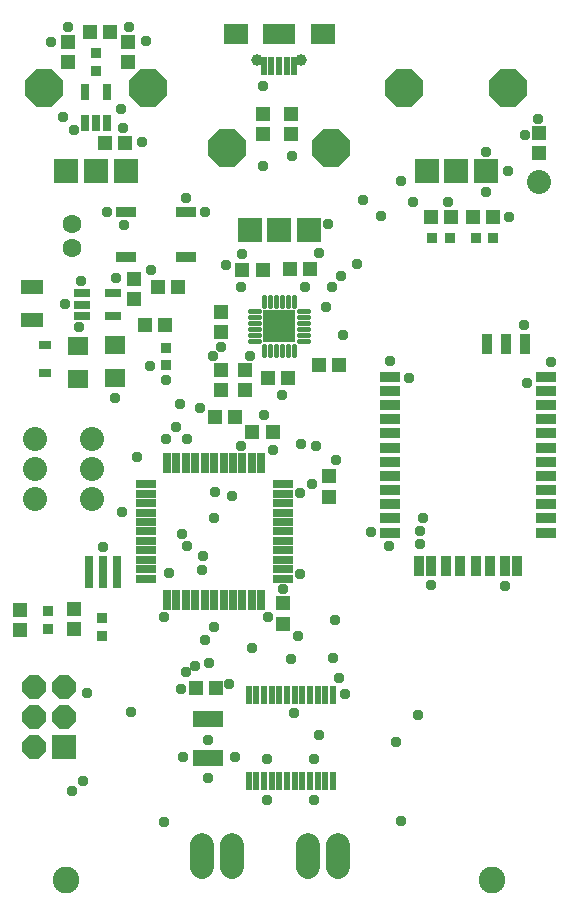
<source format=gts>
G75*
%MOIN*%
%OFA0B0*%
%FSLAX24Y24*%
%IPPOS*%
%LPD*%
%AMOC8*
5,1,8,0,0,1.08239X$1,22.5*
%
%ADD10C,0.0891*%
%ADD11R,0.0493X0.0454*%
%ADD12R,0.0454X0.0493*%
%ADD13C,0.0160*%
%ADD14R,0.1090X0.1090*%
%ADD15R,0.0197X0.0610*%
%ADD16R,0.1044X0.0532*%
%ADD17R,0.0375X0.0375*%
%ADD18R,0.0690X0.0375*%
%ADD19R,0.0375X0.0690*%
%ADD20C,0.0800*%
%ADD21C,0.0630*%
%ADD22R,0.0800X0.0800*%
%ADD23OC8,0.1241*%
%ADD24C,0.0800*%
%ADD25R,0.0277X0.0532*%
%ADD26R,0.0690X0.0611*%
%ADD27R,0.0532X0.0277*%
%ADD28R,0.0217X0.0611*%
%ADD29C,0.0395*%
%ADD30R,0.0787X0.0669*%
%ADD31R,0.1063X0.0669*%
%ADD32R,0.0769X0.0454*%
%ADD33R,0.0387X0.0308*%
%ADD34R,0.0307X0.1071*%
%ADD35R,0.0660X0.0360*%
%ADD36R,0.0257X0.0651*%
%ADD37R,0.0651X0.0257*%
%ADD38OC8,0.0800*%
%ADD39C,0.0370*%
D10*
X002521Y001340D03*
X016694Y001340D03*
D11*
X007502Y007738D03*
X006832Y007738D03*
X008722Y016261D03*
X009391Y016261D03*
X008131Y016773D03*
X007462Y016773D03*
X009224Y018072D03*
X009893Y018072D03*
X010946Y018515D03*
X011616Y018515D03*
X010631Y021714D03*
X009962Y021714D03*
X009057Y021665D03*
X008387Y021665D03*
X006242Y021104D03*
X005572Y021104D03*
X005809Y019844D03*
X005139Y019844D03*
X004480Y025897D03*
X003811Y025897D03*
X003988Y029588D03*
X003319Y029588D03*
X014671Y023437D03*
X015340Y023437D03*
X016065Y023441D03*
X016734Y023441D03*
D12*
X018269Y025563D03*
X018269Y026232D03*
X011261Y014785D03*
X011261Y014116D03*
X009726Y010553D03*
X009726Y009883D03*
X008476Y017679D03*
X008476Y018348D03*
X007689Y019608D03*
X007689Y020277D03*
X007679Y018328D03*
X007679Y017659D03*
X004765Y020691D03*
X004765Y021360D03*
X009057Y026202D03*
X009057Y026872D03*
X010002Y026872D03*
X010002Y026202D03*
X004588Y028614D03*
X004588Y029283D03*
X002570Y029283D03*
X002570Y028614D03*
X002757Y010376D03*
X002757Y009706D03*
X000986Y009667D03*
X000986Y010336D03*
D13*
X008637Y019300D02*
X008937Y019300D01*
X008937Y019500D02*
X008637Y019500D01*
X008637Y019697D02*
X008937Y019697D01*
X008937Y019908D02*
X008637Y019908D01*
X008637Y020107D02*
X008937Y020107D01*
X008937Y020305D02*
X008637Y020305D01*
X009101Y020480D02*
X009101Y020780D01*
X009301Y020780D02*
X009301Y020480D01*
X009499Y020480D02*
X009499Y020780D01*
X009709Y020780D02*
X009709Y020480D01*
X009908Y020480D02*
X009908Y020780D01*
X010107Y020780D02*
X010107Y020480D01*
X010271Y020305D02*
X010571Y020305D01*
X010571Y020107D02*
X010271Y020107D01*
X010271Y019908D02*
X010571Y019908D01*
X010571Y019697D02*
X010271Y019697D01*
X010271Y019500D02*
X010571Y019500D01*
X010571Y019300D02*
X010271Y019300D01*
X010107Y019125D02*
X010107Y018825D01*
X009908Y018825D02*
X009908Y019125D01*
X009709Y019125D02*
X009709Y018825D01*
X009499Y018825D02*
X009499Y019125D01*
X009301Y019125D02*
X009301Y018825D01*
X009101Y018825D02*
X009101Y019125D01*
D14*
X009600Y019799D03*
D15*
X009618Y007504D03*
X009874Y007504D03*
X010130Y007504D03*
X010385Y007504D03*
X010641Y007504D03*
X010897Y007504D03*
X011153Y007504D03*
X011409Y007504D03*
X011409Y004625D03*
X011153Y004625D03*
X010897Y004625D03*
X010641Y004625D03*
X010385Y004625D03*
X010130Y004625D03*
X009874Y004625D03*
X009618Y004625D03*
X009362Y004625D03*
X009106Y004625D03*
X008850Y004625D03*
X008594Y004625D03*
X008594Y007504D03*
X008850Y007504D03*
X009106Y007504D03*
X009362Y007504D03*
D16*
X007246Y006714D03*
X007246Y005415D03*
D17*
X003702Y009470D03*
X003702Y010061D03*
X001891Y010297D03*
X001891Y009706D03*
X005828Y018486D03*
X005828Y019076D03*
X003506Y028309D03*
X003506Y028899D03*
X014706Y022746D03*
X015297Y022746D03*
X016163Y022742D03*
X016754Y022742D03*
D18*
X018506Y018112D03*
X018506Y017639D03*
X018506Y017167D03*
X018506Y016694D03*
X018506Y016222D03*
X018506Y015750D03*
X018506Y015277D03*
X018506Y014805D03*
X018506Y014332D03*
X018506Y013860D03*
X018506Y013387D03*
X018506Y012915D03*
X013309Y012915D03*
X013309Y013387D03*
X013309Y013860D03*
X013309Y014332D03*
X013309Y014805D03*
X013309Y015277D03*
X013309Y015750D03*
X013309Y016222D03*
X013309Y016694D03*
X013309Y017167D03*
X013309Y017639D03*
X013309Y018112D03*
D19*
X016537Y019214D03*
X017167Y019214D03*
X017797Y019214D03*
X017530Y011813D03*
X017128Y011813D03*
X016655Y011813D03*
X016183Y011813D03*
X015631Y011813D03*
X015159Y011813D03*
X014687Y011813D03*
X014284Y011813D03*
D20*
X018279Y024588D03*
X003387Y016041D03*
X003387Y015041D03*
X003387Y014041D03*
X001458Y014041D03*
X001458Y015041D03*
X001458Y016041D03*
D21*
X002718Y022403D03*
X002718Y023191D03*
D22*
X002521Y024962D03*
X003506Y024962D03*
X004490Y024962D03*
X008624Y022994D03*
X009608Y022994D03*
X010592Y022994D03*
X014529Y024962D03*
X015513Y024962D03*
X016498Y024962D03*
X002431Y005773D03*
D23*
X007876Y025750D03*
X005238Y027718D03*
X001773Y027718D03*
X011340Y025750D03*
X013781Y027718D03*
X017246Y027718D03*
D24*
X011576Y002498D02*
X011576Y001758D01*
X010576Y001758D02*
X010576Y002498D01*
X008049Y002498D02*
X008049Y001758D01*
X007049Y001758D02*
X007049Y002498D01*
D25*
X003880Y026566D03*
X003506Y026566D03*
X003131Y026566D03*
X003131Y027590D03*
X003880Y027590D03*
D26*
X004135Y019175D03*
X004135Y018072D03*
X002915Y018033D03*
X002915Y019135D03*
D27*
X003033Y020139D03*
X003033Y020513D03*
X003033Y020887D03*
X004057Y020887D03*
X004057Y020139D03*
D28*
X009096Y028476D03*
X009352Y028476D03*
X009608Y028476D03*
X009864Y028476D03*
X010120Y028476D03*
D29*
X010356Y028673D03*
X008860Y028673D03*
D30*
X008157Y029539D03*
X011058Y029539D03*
D31*
X009608Y029539D03*
D32*
X001380Y021104D03*
X001380Y020002D03*
D33*
X001813Y019155D03*
X001813Y018250D03*
D34*
X003273Y011616D03*
X003742Y011616D03*
X004218Y011612D03*
D35*
X004523Y022096D03*
X004523Y023596D03*
X006523Y023596D03*
X006523Y022096D03*
D36*
X006498Y015238D03*
X006183Y015238D03*
X005868Y015238D03*
X006813Y015238D03*
X007128Y015238D03*
X007443Y015238D03*
X007757Y015238D03*
X008072Y015238D03*
X008387Y015238D03*
X008702Y015238D03*
X009017Y015238D03*
X009017Y010671D03*
X008702Y010671D03*
X008387Y010671D03*
X008072Y010671D03*
X007757Y010671D03*
X007443Y010671D03*
X007128Y010671D03*
X006813Y010671D03*
X006498Y010671D03*
X006183Y010671D03*
X005868Y010671D03*
D37*
X005159Y011380D03*
X005159Y011694D03*
X005159Y012009D03*
X005159Y012324D03*
X005159Y012639D03*
X005159Y012954D03*
X005159Y013269D03*
X005159Y013584D03*
X005159Y013899D03*
X005159Y014214D03*
X005159Y014529D03*
X009726Y014529D03*
X009726Y014214D03*
X009726Y013899D03*
X009726Y013584D03*
X009726Y013269D03*
X009726Y012954D03*
X009726Y012639D03*
X009726Y012324D03*
X009726Y012009D03*
X009726Y011694D03*
X009726Y011380D03*
D38*
X002431Y007773D03*
X002431Y006773D03*
X001431Y006773D03*
X001431Y005773D03*
X001431Y007773D03*
D39*
X003191Y007561D03*
X004657Y006921D03*
X006340Y007698D03*
X006498Y008269D03*
X006813Y008466D03*
X007285Y008584D03*
X007128Y009332D03*
X007443Y009765D03*
X007049Y011655D03*
X007088Y012128D03*
X006537Y012482D03*
X006380Y012876D03*
X005946Y011576D03*
X005789Y010090D03*
X007954Y007856D03*
X008702Y009057D03*
X009254Y010100D03*
X009726Y011045D03*
X010307Y011537D03*
X011478Y010002D03*
X011419Y008742D03*
X011596Y008072D03*
X011793Y007521D03*
X010927Y006183D03*
X010789Y005376D03*
X010789Y003998D03*
X009214Y003998D03*
X009214Y005376D03*
X008131Y005425D03*
X007246Y006015D03*
X006409Y005425D03*
X007246Y004736D03*
X005759Y003259D03*
X003072Y004647D03*
X002718Y004313D03*
X003732Y012443D03*
X004372Y013594D03*
X004883Y015435D03*
X005828Y016025D03*
X006183Y016419D03*
X006537Y016025D03*
X006970Y017059D03*
X006301Y017216D03*
X005828Y018004D03*
X005317Y018476D03*
X004135Y017413D03*
X002954Y019775D03*
X002482Y020523D03*
X002994Y021311D03*
X004175Y021389D03*
X005356Y021665D03*
X004450Y023161D03*
X003860Y023594D03*
X005041Y025927D03*
X004411Y026399D03*
X004332Y027049D03*
X005159Y029303D03*
X004608Y029775D03*
X002561Y029775D03*
X002009Y029263D03*
X002403Y026773D03*
X002757Y026320D03*
X006498Y024067D03*
X007128Y023594D03*
X008387Y022216D03*
X007836Y021822D03*
X008348Y021114D03*
X007679Y019106D03*
X007403Y018791D03*
X008624Y018811D03*
X009706Y017511D03*
X009096Y016822D03*
X009411Y015681D03*
X010356Y015868D03*
X010828Y015789D03*
X011498Y015326D03*
X010710Y014539D03*
X010317Y014224D03*
X008348Y015799D03*
X008033Y014135D03*
X007482Y014254D03*
X007443Y013387D03*
X010238Y009460D03*
X010002Y008712D03*
X010100Y006901D03*
X013515Y005937D03*
X014224Y006842D03*
X013673Y003299D03*
X014677Y011183D03*
X014293Y012521D03*
X014293Y012954D03*
X014411Y013387D03*
X013269Y012452D03*
X012679Y012925D03*
X013939Y018082D03*
X013309Y018633D03*
X011734Y019500D03*
X011183Y020444D03*
X011380Y021114D03*
X011675Y021468D03*
X012216Y021862D03*
X011232Y023191D03*
X010956Y022246D03*
X010474Y021114D03*
X012403Y023988D03*
X012994Y023476D03*
X013663Y024618D03*
X014057Y023948D03*
X015238Y023919D03*
X016498Y024273D03*
X017236Y024962D03*
X016498Y025602D03*
X017285Y023446D03*
X017797Y026163D03*
X018230Y026714D03*
X017777Y019844D03*
X018663Y018594D03*
X017876Y017885D03*
X017137Y011133D03*
X009057Y025120D03*
X010041Y025474D03*
X009057Y027817D03*
M02*

</source>
